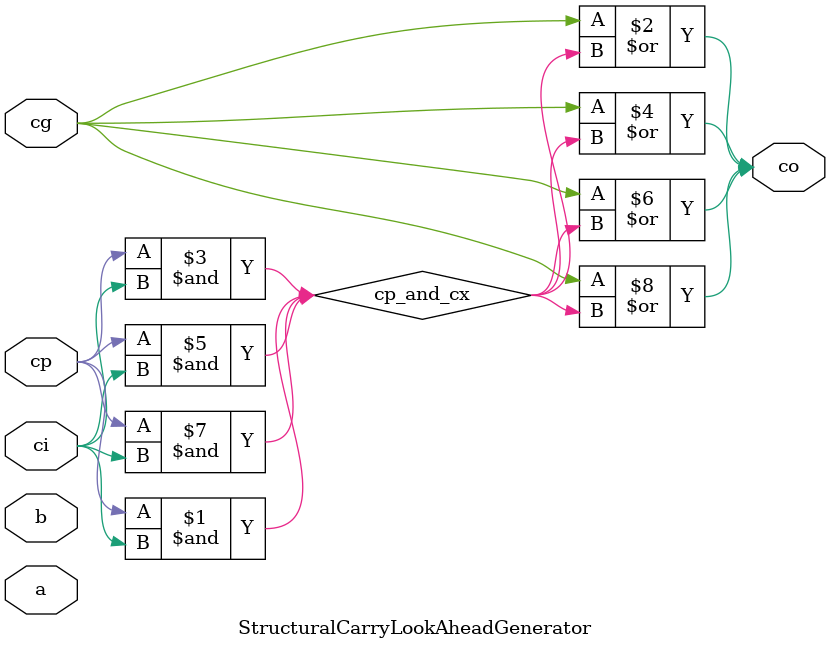
<source format=sv>

`default_nettype none
module StructuralCarryLookAheadGenerator
#(  //----------------------//-------------------------------------------------
    // Parameter(s)         // Description(s)
    //----------------------//-------------------------------------------------
    parameter integer N = 4 // Datapath width in bits.
)  (//----------------------//-------------------------------------------------
    // Input(s)             // Description(s)
    //----------------------//-------------------------------------------------
    input  wire a,          // Operand A
    input  wire b,          // Operand B
    input  wire cp,         // Carry Propagate
    input  wire cg,         // Carry Generate
    input  wire ci,         // Carry In
    //----------------------//-------------------------------------------------
    // Output(s)            // Description(s)
    //----------------------//-------------------------------------------------
    output wire co          // Carry Out
);

    //-------------------------------------------------------------------------
    // Local Nets
    //-------------------------------------------------------------------------
    wire cx;
    wire cp_and_cx;

    //-------------------------------------------------------------------------
    // Continuous Assignments and Combinational Logic
    //-------------------------------------------------------------------------
    
    genvar i;
    generate for (i = 0; i < N; i = i + 1) begin : STRUCTURAL_GENERATION
        and u_cp_and_cx(cp_and_cx, cp, ci);
        or  u_cg_or_cp_and_cx(co, cg, cp_and_cx);        
    end : STRUCTURAL_GENERATION
    endgenerate

    //-------------------------------------------------------------------------
    // Synchronous Logic
    //-------------------------------------------------------------------------

    //-------------------------------------------------------------------------
    // Module Instantiation
    //-------------------------------------------------------------------------    

endmodule : StructuralCarryLookAheadGenerator
`default_nettype wire
</source>
